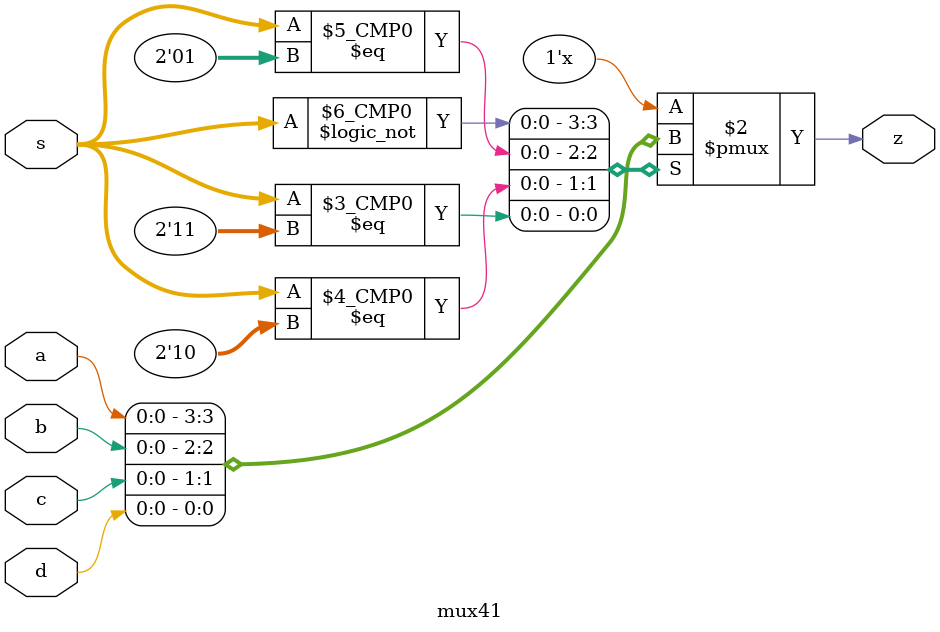
<source format=v>
`timescale 1ns / 1ps
module mux41(a,b,c,d,s,z
    );
input a,b,c,d;
input [1:0] s;
output reg z;

always @(a,b,c,d,s)
begin
	case (s)
		2'b00 : z=a;
		2'b01 : z=b;
		2'b10 : z=c;
		2'b11 : z=d;
	endcase
end

endmodule

</source>
